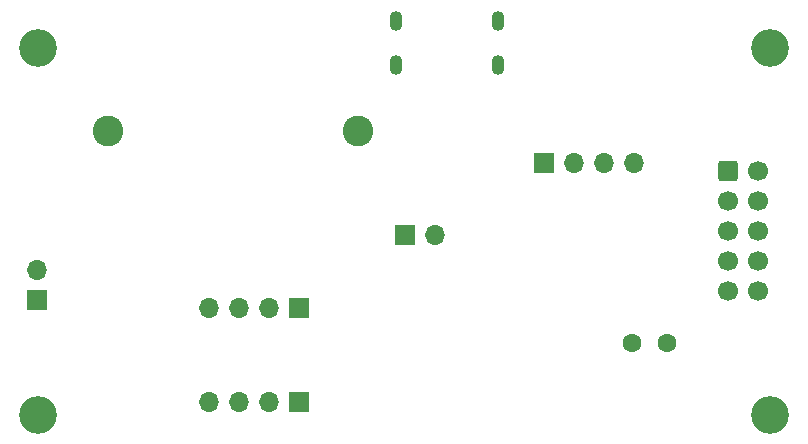
<source format=gbr>
%TF.GenerationSoftware,KiCad,Pcbnew,8.0.3*%
%TF.CreationDate,2024-07-12T13:43:30+12:00*%
%TF.ProjectId,microcontroller,6d696372-6f63-46f6-9e74-726f6c6c6572,0.1.5*%
%TF.SameCoordinates,Original*%
%TF.FileFunction,Soldermask,Bot*%
%TF.FilePolarity,Negative*%
%FSLAX46Y46*%
G04 Gerber Fmt 4.6, Leading zero omitted, Abs format (unit mm)*
G04 Created by KiCad (PCBNEW 8.0.3) date 2024-07-12 13:43:30*
%MOMM*%
%LPD*%
G01*
G04 APERTURE LIST*
G04 Aperture macros list*
%AMRoundRect*
0 Rectangle with rounded corners*
0 $1 Rounding radius*
0 $2 $3 $4 $5 $6 $7 $8 $9 X,Y pos of 4 corners*
0 Add a 4 corners polygon primitive as box body*
4,1,4,$2,$3,$4,$5,$6,$7,$8,$9,$2,$3,0*
0 Add four circle primitives for the rounded corners*
1,1,$1+$1,$2,$3*
1,1,$1+$1,$4,$5*
1,1,$1+$1,$6,$7*
1,1,$1+$1,$8,$9*
0 Add four rect primitives between the rounded corners*
20,1,$1+$1,$2,$3,$4,$5,0*
20,1,$1+$1,$4,$5,$6,$7,0*
20,1,$1+$1,$6,$7,$8,$9,0*
20,1,$1+$1,$8,$9,$2,$3,0*%
G04 Aperture macros list end*
%ADD10C,3.200000*%
%ADD11O,1.100000X1.700000*%
%ADD12R,1.700000X1.700000*%
%ADD13O,1.700000X1.700000*%
%ADD14C,2.600000*%
%ADD15RoundRect,0.250000X-0.600000X-0.600000X0.600000X-0.600000X0.600000X0.600000X-0.600000X0.600000X0*%
%ADD16C,1.700000*%
%ADD17C,1.600000*%
G04 APERTURE END LIST*
D10*
%TO.C,H1*%
X120000000Y-70000000D03*
%TD*%
D11*
%TO.C,J1*%
X158920000Y-71440000D03*
X158920000Y-67640000D03*
X150280000Y-71440000D03*
X150280000Y-67640000D03*
%TD*%
D12*
%TO.C,J3*%
X142113000Y-99949000D03*
D13*
X139573000Y-99949000D03*
X137033000Y-99949000D03*
X134493000Y-99949000D03*
%TD*%
D12*
%TO.C,J2*%
X162860000Y-79700000D03*
D13*
X165400000Y-79700000D03*
X167940000Y-79700000D03*
X170480000Y-79700000D03*
%TD*%
D12*
%TO.C,JP1*%
X119888000Y-91318000D03*
D13*
X119888000Y-88778000D03*
%TD*%
D10*
%TO.C,H3*%
X120000000Y-101000000D03*
%TD*%
D12*
%TO.C,J4*%
X142113000Y-91949000D03*
D13*
X139573000Y-91949000D03*
X137033000Y-91949000D03*
X134493000Y-91949000D03*
%TD*%
D14*
%TO.C,BT1*%
X125950000Y-77000000D03*
X147050000Y-77000000D03*
%TD*%
D15*
%TO.C,J5*%
X178435000Y-80420000D03*
D16*
X180975000Y-80420000D03*
X178435000Y-82960000D03*
X180975000Y-82960000D03*
X178435000Y-85500000D03*
X180975000Y-85500000D03*
X178435000Y-88040000D03*
X180975000Y-88040000D03*
X178435000Y-90580000D03*
X180975000Y-90580000D03*
%TD*%
D17*
%TO.C,R9*%
X170280000Y-94975000D03*
X173280000Y-94975000D03*
%TD*%
D12*
%TO.C,JP2*%
X151060000Y-85800000D03*
D13*
X153600000Y-85800000D03*
%TD*%
D10*
%TO.C,H2*%
X182000000Y-70000000D03*
%TD*%
%TO.C,H4*%
X182000000Y-101000000D03*
%TD*%
M02*

</source>
